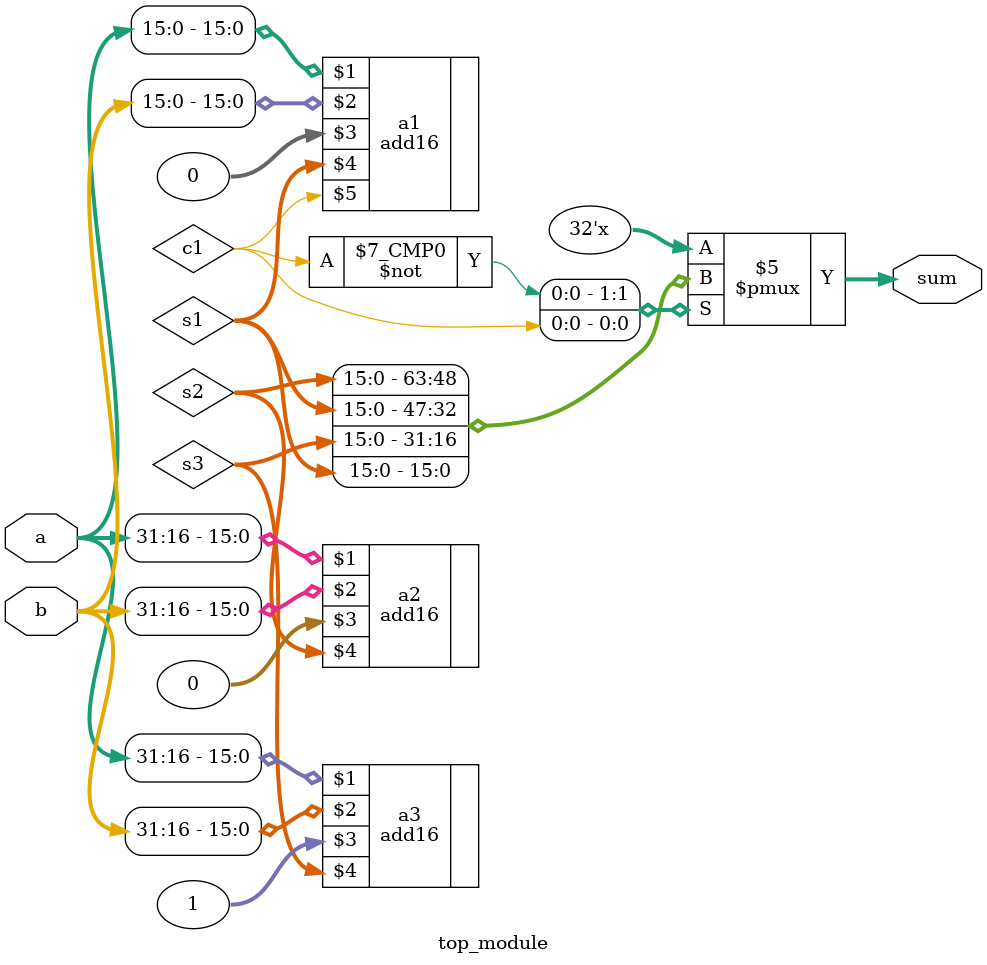
<source format=v>
module top_module(
    input [31:0] a,
    input [31:0] b,
    output [31:0] sum
);

    wire c1;
    wire [15:0]s1,s2,s3;
    add16 a1(a[15:0],b[15:0],0,s1,c1);
    add16 a2(a[31:16],b[31:16],0,s2,);
    add16 a3(a[31:16],b[31:16],1,s3,);

    always@(*)
        begin
            case(c1)
                1'b0:sum = {s2,s1};
                1'b1:sum = {s3,s1};
            endcase
        end

endmodule

</source>
